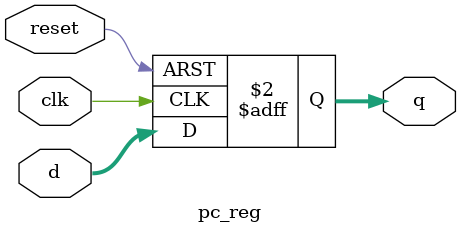
<source format=sv>
module pc_reg (input  logic clk, reset,
				   input  logic [31:0] d,
				   output logic [31:0] q);
					
always_ff @(posedge clk, posedge reset)
	if (reset) q <= 0;
	else q <= d;
endmodule 
</source>
